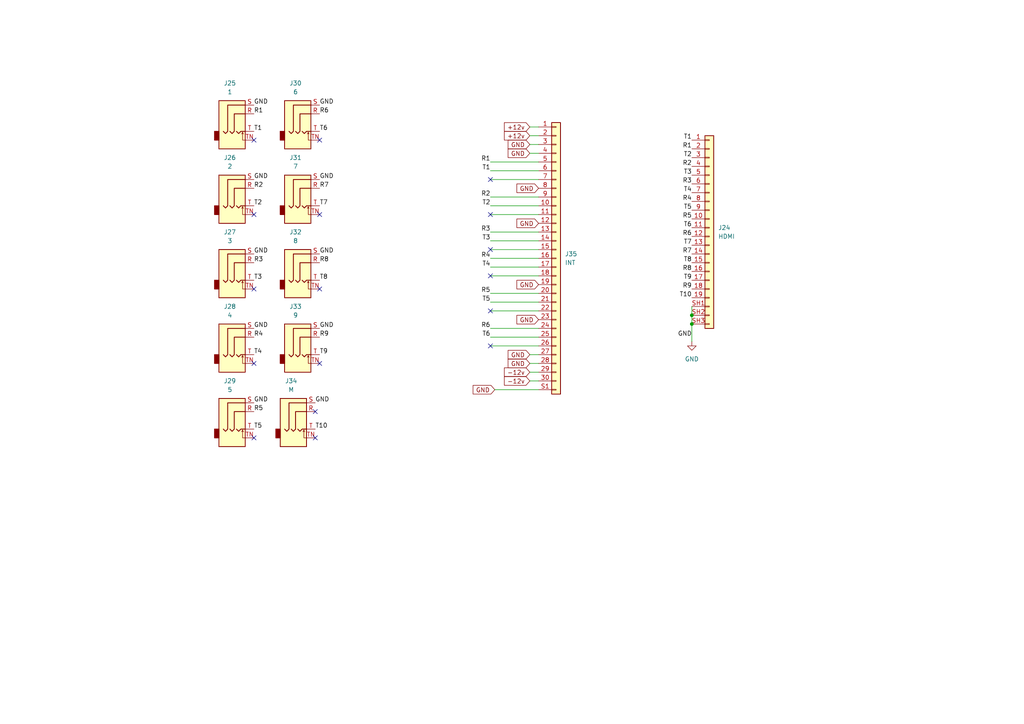
<source format=kicad_sch>
(kicad_sch (version 20231120) (generator "eeschema") (generator_version "8.0")
  (paper "A4")
  (title_block (title "Audio Thing Template") (rev "1.0") (company "velvia-fifty") (comment 1 "https://github.com/velvia-fifty/AudioThings") (comment 2 "You should have changed this already :)") (comment 4 "Stay humble"))
  (lib_symbols
    (symbol "AT-Symbols:HDMI" (pin_names (offset 1.016) hide)
      (property "Reference" "J26" (at 2.54 0.0001 0))
      (property "Value" "HDMI" (at 2.54 -2.5399 0))
      (symbol "HDMI_1_1"
        (rectangle (start -1.27 -27.813) (end 0 -28.067) (stroke (width 0.1524)))
        (rectangle (start -1.27 -25.273) (end 0 -25.527) (stroke (width 0.1524)))
        (rectangle (start -1.27 -22.733) (end 0 -22.987) (stroke (width 0.1524)))
        (rectangle (start -1.27 -20.193) (end 0 -20.447) (stroke (width 0.1524)))
        (rectangle (start -1.27 -17.653) (end 0 -17.907) (stroke (width 0.1524)))
        (rectangle (start -1.27 -15.113) (end 0 -15.367) (stroke (width 0.1524)))
        (rectangle (start -1.27 -12.573) (end 0 -12.827) (stroke (width 0.1524)))
        (rectangle (start -1.27 -10.033) (end 0 -10.287) (stroke (width 0.1524)))
        (rectangle (start -1.27 -7.493) (end 0 -7.747) (stroke (width 0.1524)))
        (rectangle (start -1.27 -4.953) (end 0 -5.207) (stroke (width 0.1524)))
        (rectangle (start -1.27 -2.413) (end 0 -2.667) (stroke (width 0.1524)))
        (rectangle (start -1.27 0.127) (end 0 -0.127) (stroke (width 0.1524)))
        (rectangle (start -1.27 2.667) (end 0 2.413) (stroke (width 0.1524)))
        (rectangle (start -1.27 5.207) (end 0 4.953) (stroke (width 0.1524)))
        (rectangle (start -1.27 7.747) (end 0 7.493) (stroke (width 0.1524)))
        (rectangle (start -1.27 10.287) (end 0 10.033) (stroke (width 0.1524)))
        (rectangle (start -1.27 12.827) (end 0 12.573) (stroke (width 0.1524)))
        (rectangle (start -1.27 15.367) (end 0 15.113) (stroke (width 0.1524)))
        (rectangle (start -1.27 17.907) (end 0 17.653) (stroke (width 0.1524)))
        (rectangle (start -1.27 20.447) (end 0 20.193) (stroke (width 0.1524)))
        (rectangle (start -1.27 22.987) (end 0 22.733) (stroke (width 0.1524)))
        (rectangle (start -1.27 25.527) (end 0 25.273) (stroke (width 0.1524)))
        (rectangle (start -1.27 26.67) (end 1.27 -29.21) (stroke (width 0.254)) (fill (type background)))
        (pin passive line (at -5.08 25.4 0) (length 3.81) (name "Pin_1") (number "1"))
        (pin passive line (at -5.08 2.54 0) (length 3.81) (name "Pin_10") (number "10"))
        (pin passive line (at -5.08 0 0) (length 3.81) (name "Pin_11") (number "11"))
        (pin passive line (at -5.08 -2.54 0) (length 3.81) (name "Pin_12") (number "12"))
        (pin passive line (at -5.08 -5.08 0) (length 3.81) (name "Pin_13") (number "13"))
        (pin passive line (at -5.08 -7.62 0) (length 3.81) (name "Pin_14") (number "14"))
        (pin passive line (at -5.08 -10.16 0) (length 3.81) (name "Pin_15") (number "15"))
        (pin passive line (at -5.08 -12.7 0) (length 3.81) (name "Pin_16") (number "16"))
        (pin passive line (at -5.08 -15.24 0) (length 3.81) (name "Pin_17") (number "17"))
        (pin passive line (at -5.08 -17.78 0) (length 3.81) (name "Pin_18") (number "18"))
        (pin passive line (at -5.08 -20.32 0) (length 3.81) (name "Pin_19") (number "19"))
        (pin passive line (at -5.08 22.86 0) (length 3.81) (name "Pin_2") (number "2"))
        (pin passive line (at -5.08 20.32 0) (length 3.81) (name "Pin_3") (number "3"))
        (pin passive line (at -5.08 17.78 0) (length 3.81) (name "Pin_4") (number "4"))
        (pin passive line (at -5.08 15.24 0) (length 3.81) (name "Pin_5") (number "5"))
        (pin passive line (at -5.08 12.7 0) (length 3.81) (name "Pin_6") (number "6"))
        (pin passive line (at -5.08 10.16 0) (length 3.81) (name "Pin_7") (number "7"))
        (pin passive line (at -5.08 7.62 0) (length 3.81) (name "Pin_8") (number "8"))
        (pin passive line (at -5.08 5.08 0) (length 3.81) (name "Pin_9") (number "9"))
        (pin passive line (at -5.08 -22.86 0) (length 3.81) (name "SH1") (number "SH1"))
        (pin passive line (at -5.08 -25.4 0) (length 3.81) (name "SH2") (number "SH2"))
        (pin passive line (at -5.08 -27.94 0) (length 3.81) (name "SH3") (number "SH3"))
      )
    )
    (symbol "Connector_Audio:AudioJack3_SwitchT"
      (property "Reference" "J" (at 0 8.89 0))
      (property "Value" "AudioJack3_SwitchT" (at 0 6.35 0))
      (symbol "AudioJack3_SwitchT_0_1"
        (rectangle (start -5.08 -5.08) (end -6.35 -7.62) (stroke (width 0.254)) (fill (type outline)))
        (polyline (pts (xy 1.778 -5.334) (xy 2.032 -5.842)))
        (polyline (pts (xy 0 -5.08) (xy 0.635 -5.715) (xy 1.27 -5.08) (xy 2.54 -5.08)) (stroke (width 0.254)))
        (polyline (pts (xy 2.54 -7.62) (xy 1.778 -7.62) (xy 1.778 -5.334) (xy 1.524 -5.842)))
        (polyline (pts (xy -1.905 -5.08) (xy -1.27 -5.715) (xy -0.635 -5.08) (xy -0.635 0) (xy 2.54 0)) (stroke (width 0.254)))
        (polyline (pts (xy 2.54 2.54) (xy -2.54 2.54) (xy -2.54 -5.08) (xy -3.175 -5.715) (xy -3.81 -5.08)) (stroke (width 0.254)))
        (rectangle (start 2.54 3.81) (end -5.08 -10.16) (stroke (width 0.254)) (fill (type background)))
      )
      (symbol "AudioJack3_SwitchT_1_1"
        (pin passive line (at 5.08 0 180) (length 2.54) (name "~") (number "R"))
        (pin passive line (at 5.08 2.54 180) (length 2.54) (name "~") (number "S"))
        (pin passive line (at 5.08 -5.08 180) (length 2.54) (name "~") (number "T"))
        (pin passive line (at 5.08 -7.62 180) (length 2.54) (name "~") (number "TN"))
      )
    )
    (symbol "Connector_Generic:Conn_01x31" (pin_names (offset 1.016) hide)
      (property "Reference" "J10" (at 2.54 1.2701 0))
      (property "Value" "Conn_01x31" (at 2.54 -1.2699 0))
      (symbol "Conn_01x31_1_1"
        (rectangle (start -1.27 -37.973) (end 0 -38.227) (stroke (width 0.1524)))
        (rectangle (start -1.27 -35.433) (end 0 -35.687) (stroke (width 0.1524)))
        (rectangle (start -1.27 -32.893) (end 0 -33.147) (stroke (width 0.1524)))
        (rectangle (start -1.27 -30.353) (end 0 -30.607) (stroke (width 0.1524)))
        (rectangle (start -1.27 -27.813) (end 0 -28.067) (stroke (width 0.1524)))
        (rectangle (start -1.27 -25.273) (end 0 -25.527) (stroke (width 0.1524)))
        (rectangle (start -1.27 -22.733) (end 0 -22.987) (stroke (width 0.1524)))
        (rectangle (start -1.27 -20.193) (end 0 -20.447) (stroke (width 0.1524)))
        (rectangle (start -1.27 -17.653) (end 0 -17.907) (stroke (width 0.1524)))
        (rectangle (start -1.27 -15.113) (end 0 -15.367) (stroke (width 0.1524)))
        (rectangle (start -1.27 -12.573) (end 0 -12.827) (stroke (width 0.1524)))
        (rectangle (start -1.27 -10.033) (end 0 -10.287) (stroke (width 0.1524)))
        (rectangle (start -1.27 -7.493) (end 0 -7.747) (stroke (width 0.1524)))
        (rectangle (start -1.27 -4.953) (end 0 -5.207) (stroke (width 0.1524)))
        (rectangle (start -1.27 -2.413) (end 0 -2.667) (stroke (width 0.1524)))
        (rectangle (start -1.27 0.127) (end 0 -0.127) (stroke (width 0.1524)))
        (rectangle (start -1.27 2.667) (end 0 2.413) (stroke (width 0.1524)))
        (rectangle (start -1.27 5.207) (end 0 4.953) (stroke (width 0.1524)))
        (rectangle (start -1.27 7.747) (end 0 7.493) (stroke (width 0.1524)))
        (rectangle (start -1.27 10.287) (end 0 10.033) (stroke (width 0.1524)))
        (rectangle (start -1.27 12.827) (end 0 12.573) (stroke (width 0.1524)))
        (rectangle (start -1.27 15.367) (end 0 15.113) (stroke (width 0.1524)))
        (rectangle (start -1.27 17.907) (end 0 17.653) (stroke (width 0.1524)))
        (rectangle (start -1.27 20.447) (end 0 20.193) (stroke (width 0.1524)))
        (rectangle (start -1.27 22.987) (end 0 22.733) (stroke (width 0.1524)))
        (rectangle (start -1.27 25.527) (end 0 25.273) (stroke (width 0.1524)))
        (rectangle (start -1.27 28.067) (end 0 27.813) (stroke (width 0.1524)))
        (rectangle (start -1.27 30.607) (end 0 30.353) (stroke (width 0.1524)))
        (rectangle (start -1.27 33.147) (end 0 32.893) (stroke (width 0.1524)))
        (rectangle (start -1.27 35.687) (end 0 35.433) (stroke (width 0.1524)))
        (rectangle (start -1.27 38.227) (end 0 37.973) (stroke (width 0.1524)))
        (rectangle (start -1.27 39.37) (end 1.27 -39.37) (stroke (width 0.254)) (fill (type background)))
        (pin passive line (at -5.08 38.1 0) (length 3.81) (name "Pin_1") (number "1"))
        (pin passive line (at -5.08 15.24 0) (length 3.81) (name "Pin_10") (number "10"))
        (pin passive line (at -5.08 12.7 0) (length 3.81) (name "Pin_11") (number "11"))
        (pin passive line (at -5.08 10.16 0) (length 3.81) (name "Pin_12") (number "12"))
        (pin passive line (at -5.08 7.62 0) (length 3.81) (name "Pin_13") (number "13"))
        (pin passive line (at -5.08 5.08 0) (length 3.81) (name "Pin_14") (number "14"))
        (pin passive line (at -5.08 2.54 0) (length 3.81) (name "Pin_15") (number "15"))
        (pin passive line (at -5.08 0 0) (length 3.81) (name "Pin_16") (number "16"))
        (pin passive line (at -5.08 -2.54 0) (length 3.81) (name "Pin_17") (number "17"))
        (pin passive line (at -5.08 -5.08 0) (length 3.81) (name "Pin_18") (number "18"))
        (pin passive line (at -5.08 -7.62 0) (length 3.81) (name "Pin_19") (number "19"))
        (pin passive line (at -5.08 35.56 0) (length 3.81) (name "Pin_2") (number "2"))
        (pin passive line (at -5.08 -10.16 0) (length 3.81) (name "Pin_20") (number "20"))
        (pin passive line (at -5.08 -12.7 0) (length 3.81) (name "Pin_21") (number "21"))
        (pin passive line (at -5.08 -15.24 0) (length 3.81) (name "Pin_22") (number "22"))
        (pin passive line (at -5.08 -17.78 0) (length 3.81) (name "Pin_23") (number "23"))
        (pin passive line (at -5.08 -20.32 0) (length 3.81) (name "Pin_24") (number "24"))
        (pin passive line (at -5.08 -22.86 0) (length 3.81) (name "Pin_25") (number "25"))
        (pin passive line (at -5.08 -25.4 0) (length 3.81) (name "Pin_26") (number "26"))
        (pin passive line (at -5.08 -27.94 0) (length 3.81) (name "Pin_27") (number "27"))
        (pin passive line (at -5.08 -30.48 0) (length 3.81) (name "Pin_28") (number "28"))
        (pin passive line (at -5.08 -33.02 0) (length 3.81) (name "Pin_29") (number "29"))
        (pin passive line (at -5.08 33.02 0) (length 3.81) (name "Pin_3") (number "3"))
        (pin passive line (at -5.08 -35.56 0) (length 3.81) (name "Pin_30") (number "30"))
        (pin passive line (at -5.08 30.48 0) (length 3.81) (name "Pin_4") (number "4"))
        (pin passive line (at -5.08 27.94 0) (length 3.81) (name "Pin_5") (number "5"))
        (pin passive line (at -5.08 25.4 0) (length 3.81) (name "Pin_6") (number "6"))
        (pin passive line (at -5.08 22.86 0) (length 3.81) (name "Pin_7") (number "7"))
        (pin passive line (at -5.08 20.32 0) (length 3.81) (name "Pin_8") (number "8"))
        (pin passive line (at -5.08 17.78 0) (length 3.81) (name "Pin_9") (number "9"))
        (pin passive line (at -5.08 -38.1 0) (length 3.81) (name "S1") (number "S1"))
      )
    )
    (symbol "power:GND" (power) (pin_numbers hide) (pin_names (offset 0) hide)
      (property "Value" "GND" (at 0 -3.81 0))
      (symbol "GND_0_1"
        (polyline (pts (xy 0 0) (xy 0 -1.27) (xy 1.27 -1.27) (xy 0 -2.54) (xy -1.27 -1.27) (xy 0 -1.27)))
      )
      (symbol "GND_1_1"
        (pin power_in line (at 0 0 270) (length 0) (name "~") (number "1"))
      )
    )
  )
  (junction (at 200.66 91.44))
  (junction (at 200.66 93.98))
  (no_connect (at 142.24 62.23))
  (no_connect (at 73.66 83.82))
  (no_connect (at 73.66 62.23))
  (no_connect (at 92.71 83.82))
  (no_connect (at 92.71 105.41))
  (no_connect (at 73.66 105.41))
  (no_connect (at 91.44 127))
  (no_connect (at 73.66 40.64))
  (no_connect (at 142.24 90.17))
  (no_connect (at 92.71 40.64))
  (no_connect (at 142.24 72.39))
  (no_connect (at 142.24 52.07))
  (no_connect (at 91.44 119.38))
  (no_connect (at 142.24 80.01))
  (no_connect (at 92.71 62.23))
  (no_connect (at 142.24 100.33))
  (no_connect (at 73.66 127))
  (wire (pts (xy 142.24 67.31) (xy 156.21 67.31)))
  (wire (pts (xy 142.24 59.69) (xy 156.21 59.69)))
  (wire (pts (xy 200.66 88.9) (xy 200.66 91.44)))
  (wire (pts (xy 142.24 52.07) (xy 156.21 52.07)))
  (wire (pts (xy 142.24 57.15) (xy 156.21 57.15)))
  (wire (pts (xy 142.24 74.93) (xy 156.21 74.93)))
  (wire (pts (xy 153.67 105.41) (xy 156.21 105.41)))
  (wire (pts (xy 142.24 80.01) (xy 156.21 80.01)))
  (wire (pts (xy 142.24 97.79) (xy 156.21 97.79)))
  (wire (pts (xy 142.24 95.25) (xy 156.21 95.25)))
  (wire (pts (xy 142.24 69.85) (xy 156.21 69.85)))
  (wire (pts (xy 153.67 39.37) (xy 156.21 39.37)))
  (wire (pts (xy 153.67 102.87) (xy 156.21 102.87)))
  (wire (pts (xy 142.24 90.17) (xy 156.21 90.17)))
  (wire (pts (xy 153.67 107.95) (xy 156.21 107.95)))
  (wire (pts (xy 153.67 36.83) (xy 156.21 36.83)))
  (wire (pts (xy 142.24 77.47) (xy 156.21 77.47)))
  (wire (pts (xy 153.67 41.91) (xy 156.21 41.91)))
  (wire (pts (xy 153.67 110.49) (xy 156.21 110.49)))
  (wire (pts (xy 200.66 93.98) (xy 200.66 99.06)))
  (wire (pts (xy 200.66 91.44) (xy 200.66 93.98)))
  (wire (pts (xy 142.24 46.99) (xy 156.21 46.99)))
  (wire (pts (xy 142.24 49.53) (xy 156.21 49.53)))
  (wire (pts (xy 142.24 72.39) (xy 156.21 72.39)))
  (wire (pts (xy 153.67 44.45) (xy 156.21 44.45)))
  (wire (pts (xy 143.51 113.03) (xy 156.21 113.03)))
  (wire (pts (xy 142.24 87.63) (xy 156.21 87.63)))
  (wire (pts (xy 142.24 62.23) (xy 156.21 62.23)))
  (wire (pts (xy 142.24 100.33) (xy 156.21 100.33)))
  (wire (pts (xy 142.24 85.09) (xy 156.21 85.09)))
  (label "T5" (at 200.66 60.96 180))
  (label "T10" (at 200.66 86.36 180))
  (label "R4" (at 73.66 97.79 0))
  (label "R9" (at 200.66 83.82 180))
  (label "T2" (at 142.24 59.69 180))
  (label "R5" (at 142.24 85.09 180))
  (label "GND" (at 200.66 97.79 180))
  (label "R7" (at 200.66 73.66 180))
  (label "R2" (at 200.66 48.26 180))
  (label "GND" (at 73.66 95.25 0))
  (label "T9" (at 200.66 81.28 180))
  (label "R3" (at 142.24 67.31 180))
  (label "T6" (at 92.71 38.1 0))
  (label "GND" (at 73.66 116.84 0))
  (label "T3" (at 200.66 50.8 180))
  (label "T2" (at 73.66 59.69 0))
  (label "R1" (at 142.24 46.99 180))
  (label "GND" (at 92.71 95.25 0))
  (label "GND" (at 92.71 30.48 0))
  (label "T3" (at 73.66 81.28 0))
  (label "T8" (at 200.66 76.2 180))
  (label "T2" (at 200.66 45.72 180))
  (label "T4" (at 73.66 102.87 0))
  (label "T1" (at 142.24 49.53 180))
  (label "R6" (at 200.66 68.58 180))
  (label "GND" (at 92.71 52.07 0))
  (label "T4" (at 142.24 77.47 180))
  (label "R7" (at 92.71 54.61 0))
  (label "R4" (at 142.24 74.93 180))
  (label "R1" (at 200.66 43.18 180))
  (label "R5" (at 200.66 63.5 180))
  (label "T6" (at 200.66 66.04 180))
  (label "R9" (at 92.71 97.79 0))
  (label "T5" (at 73.66 124.46 0))
  (label "T8" (at 92.71 81.28 0))
  (label "GND" (at 73.66 73.66 0))
  (label "R4" (at 200.66 58.42 180))
  (label "R3" (at 73.66 76.2 0))
  (label "T3" (at 142.24 69.85 180))
  (label "T1" (at 200.66 40.64 180))
  (label "R2" (at 73.66 54.61 0))
  (label "T5" (at 142.24 87.63 180))
  (label "R5" (at 73.66 119.38 0))
  (label "R3" (at 200.66 53.34 180))
  (label "R6" (at 92.71 33.02 0))
  (label "R6" (at 142.24 95.25 180))
  (label "T6" (at 142.24 97.79 180))
  (label "GND" (at 91.44 116.84 0))
  (label "T4" (at 200.66 55.88 180))
  (label "T9" (at 92.71 102.87 0))
  (label "T7" (at 200.66 71.12 180))
  (label "T10" (at 91.44 124.46 0))
  (label "T7" (at 92.71 59.69 0))
  (label "GND" (at 92.71 73.66 0))
  (label "R2" (at 142.24 57.15 180))
  (label "R8" (at 92.71 76.2 0))
  (label "R1" (at 73.66 33.02 0))
  (label "R8" (at 200.66 78.74 180))
  (label "T1" (at 73.66 38.1 0))
  (label "GND" (at 73.66 52.07 0))
  (label "GND" (at 73.66 30.48 0))
  (global_label "GND" (shape input) (at 156.21 92.71 180) (property "Intersheetrefs" "${INTERSHEET_REFS}" (effects (hide yes))))
  (global_label "GND" (shape input) (at 156.21 82.55 180) (property "Intersheetrefs" "${INTERSHEET_REFS}" (effects (hide yes))))
  (global_label "GND" (shape input) (at 153.67 102.87 180) (property "Intersheetrefs" "${INTERSHEET_REFS}" (effects (hide yes))))
  (global_label "GND" (shape input) (at 156.21 64.77 180) (property "Intersheetrefs" "${INTERSHEET_REFS}" (effects (hide yes))))
  (global_label "GND" (shape input) (at 153.67 41.91 180) (property "Intersheetrefs" "${INTERSHEET_REFS}" (effects (hide yes))))
  (global_label "+12v" (shape input) (at 153.67 39.37 180) (property "Intersheetrefs" "${INTERSHEET_REFS}" (effects (hide yes))))
  (global_label "GND" (shape input) (at 156.21 54.61 180) (property "Intersheetrefs" "${INTERSHEET_REFS}" (effects (hide yes))))
  (global_label "GND" (shape input) (at 153.67 105.41 180) (property "Intersheetrefs" "${INTERSHEET_REFS}" (effects (hide yes))))
  (global_label "GND" (shape input) (at 153.67 44.45 180) (property "Intersheetrefs" "${INTERSHEET_REFS}" (effects (hide yes))))
  (global_label "+12v" (shape input) (at 153.67 36.83 180) (property "Intersheetrefs" "${INTERSHEET_REFS}" (effects (hide yes))))
  (global_label "GND" (shape input) (at 143.51 113.03 180) (property "Intersheetrefs" "${INTERSHEET_REFS}" (effects (hide yes))))
  (global_label "-12v" (shape input) (at 153.67 107.95 180) (property "Intersheetrefs" "${INTERSHEET_REFS}" (effects (hide yes))))
  (global_label "-12v" (shape input) (at 153.67 110.49 180) (property "Intersheetrefs" "${INTERSHEET_REFS}" (effects (hide yes))))
  (symbol (lib_id "power:GND") (at 200.66 99.06 0) (unit 1)
    (property "Reference" "#PWR01" (effects (hide yes)))
    (property "Value" "GND" (at 200.66 104.14 0))
    (property "Description" "Power symbol creates a global label with name \"GND\" , ground" (effects (hide yes)))
  )
  (symbol (lib_id "Connector_Audio:AudioJack3_SwitchT") (at 68.58 97.79 0) (unit 1)
    (property "Reference" "J28" (at 66.675 88.9 0))
    (property "Value" "4" (at 66.675 91.44 0))
    (property "Footprint" "AT-Footprints:SJ3-3505" (effects (hide yes)))
    (property "Description" "Audio Jack, 3 Poles (Stereo / TRS), Switched T Pole (Normalling)" (effects (hide yes)))
  )
  (symbol (lib_id "Connector_Audio:AudioJack3_SwitchT") (at 87.63 97.79 0) (unit 1)
    (property "Reference" "J33" (at 85.725 88.9 0))
    (property "Value" "9" (at 85.725 91.44 0))
    (property "Footprint" "AT-Footprints:SJ3-3505" (effects (hide yes)))
    (property "Description" "Audio Jack, 3 Poles (Stereo / TRS), Switched T Pole (Normalling)" (effects (hide yes)))
  )
  (symbol (lib_id "Connector_Audio:AudioJack3_SwitchT") (at 87.63 54.61 0) (unit 1)
    (property "Reference" "J31" (at 85.725 45.72 0))
    (property "Value" "7" (at 85.725 48.26 0))
    (property "Footprint" "AT-Footprints:SJ3-3505" (effects (hide yes)))
    (property "Description" "Audio Jack, 3 Poles (Stereo / TRS), Switched T Pole (Normalling)" (effects (hide yes)))
  )
  (symbol (lib_id "Connector_Audio:AudioJack3_SwitchT") (at 87.63 76.2 0) (unit 1)
    (property "Reference" "J32" (at 85.725 67.31 0))
    (property "Value" "8" (at 85.725 69.85 0))
    (property "Footprint" "AT-Footprints:SJ3-3505" (effects (hide yes)))
    (property "Description" "Audio Jack, 3 Poles (Stereo / TRS), Switched T Pole (Normalling)" (effects (hide yes)))
  )
  (symbol (lib_id "Connector_Audio:AudioJack3_SwitchT") (at 68.58 76.2 0) (unit 1)
    (property "Reference" "J27" (at 66.675 67.31 0))
    (property "Value" "3" (at 66.675 69.85 0))
    (property "Footprint" "AT-Footprints:SJ3-3505" (effects (hide yes)))
    (property "Description" "Audio Jack, 3 Poles (Stereo / TRS), Switched T Pole (Normalling)" (effects (hide yes)))
  )
  (symbol (lib_id "Connector_Audio:AudioJack3_SwitchT") (at 86.36 119.38 0) (unit 1)
    (property "Reference" "J34" (at 84.455 110.49 0))
    (property "Value" "M" (at 84.455 113.03 0))
    (property "Footprint" "AT-Footprints:SJ3-3505" (effects (hide yes)))
    (property "Description" "Audio Jack, 3 Poles (Stereo / TRS), Switched T Pole (Normalling)" (effects (hide yes)))
  )
  (symbol (lib_id "Connector_Audio:AudioJack3_SwitchT") (at 68.58 33.02 0) (unit 1)
    (property "Reference" "J25" (at 66.675 24.13 0))
    (property "Value" "1" (at 66.675 26.67 0))
    (property "Footprint" "AT-Footprints:SJ3-3505" (effects (hide yes)))
    (property "Description" "Audio Jack, 3 Poles (Stereo / TRS), Switched T Pole (Normalling)" (effects (hide yes)))
  )
  (symbol (lib_id "Connector_Generic:Conn_01x31") (at 161.29 74.93 0) (unit 1)
    (property "Reference" "J35" (at 163.83 73.6599 0) (effects (justify left)))
    (property "Value" "INT" (at 163.83 76.1999 0) (effects (justify left)))
    (property "Footprint" "AT-Footprints:ffc-30-v-TE_3-1734742-0" (effects (hide yes)))
    (property "Description" "Generic connector, single row, 01x31, script generated (kicad-library-utils/schlib/autogen/connector/)" (effects (hide yes)))
  )
  (symbol (lib_id "AT-Symbols:HDMI") (at 205.74 66.04 0) (unit 1)
    (property "Reference" "J24" (at 208.28 66.0399 0) (effects (justify left)))
    (property "Value" "HDMI" (at 208.28 68.5799 0) (effects (justify left)))
    (property "Footprint" "AT-Footprints:HDMI-v-PHOENIX_1332073" (effects (hide yes)))
    (property "Description" "Generic connector, single row, 01x22, script generated (kicad-library-utils/schlib/autogen/connector/)" (effects (hide yes)))
  )
  (symbol (lib_id "Connector_Audio:AudioJack3_SwitchT") (at 68.58 54.61 0) (unit 1)
    (property "Reference" "J26" (at 66.675 45.72 0))
    (property "Value" "2" (at 66.675 48.26 0))
    (property "Footprint" "AT-Footprints:SJ3-3505" (effects (hide yes)))
    (property "Description" "Audio Jack, 3 Poles (Stereo / TRS), Switched T Pole (Normalling)" (effects (hide yes)))
  )
  (symbol (lib_id "Connector_Audio:AudioJack3_SwitchT") (at 68.58 119.38 0) (unit 1)
    (property "Reference" "J29" (at 66.675 110.49 0))
    (property "Value" "5" (at 66.675 113.03 0))
    (property "Footprint" "AT-Footprints:SJ3-3505" (effects (hide yes)))
    (property "Description" "Audio Jack, 3 Poles (Stereo / TRS), Switched T Pole (Normalling)" (effects (hide yes)))
  )
  (symbol (lib_id "Connector_Audio:AudioJack3_SwitchT") (at 87.63 33.02 0) (unit 1)
    (property "Reference" "J30" (at 85.725 24.13 0))
    (property "Value" "6" (at 85.725 26.67 0))
    (property "Footprint" "AT-Footprints:SJ3-3505" (effects (hide yes)))
    (property "Description" "Audio Jack, 3 Poles (Stereo / TRS), Switched T Pole (Normalling)" (effects (hide yes)))
  )
)
</source>
